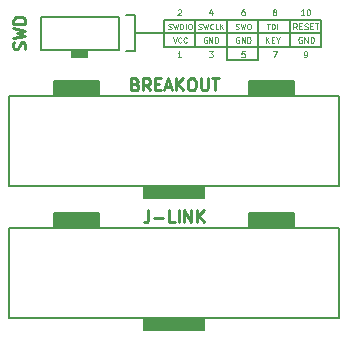
<source format=gto>
G04 (created by PCBNEW (2013-june-11)-stable) date Fri 03 Oct 2014 12:09:20 PM PDT*
%MOIN*%
G04 Gerber Fmt 3.4, Leading zero omitted, Abs format*
%FSLAX34Y34*%
G01*
G70*
G90*
G04 APERTURE LIST*
%ADD10C,0.00590551*%
%ADD11C,0.00787402*%
%ADD12C,0.00442913*%
%ADD13C,0.00462598*%
%ADD14C,0.00492126*%
%ADD15C,0.01*%
G04 APERTURE END LIST*
G54D10*
G54D11*
X76800Y-47000D02*
X76500Y-47000D01*
X76800Y-47600D02*
X76800Y-47000D01*
X76800Y-48200D02*
X76500Y-48200D01*
X76800Y-47600D02*
X76800Y-48200D01*
X77750Y-47600D02*
X76800Y-47600D01*
G54D12*
X78063Y-47744D02*
X78122Y-47921D01*
X78181Y-47744D01*
X78342Y-47904D02*
X78333Y-47913D01*
X78308Y-47921D01*
X78291Y-47921D01*
X78266Y-47913D01*
X78249Y-47896D01*
X78240Y-47879D01*
X78232Y-47845D01*
X78232Y-47820D01*
X78240Y-47786D01*
X78249Y-47769D01*
X78266Y-47752D01*
X78291Y-47744D01*
X78308Y-47744D01*
X78333Y-47752D01*
X78342Y-47761D01*
X78519Y-47904D02*
X78510Y-47913D01*
X78485Y-47921D01*
X78468Y-47921D01*
X78443Y-47913D01*
X78426Y-47896D01*
X78418Y-47879D01*
X78409Y-47845D01*
X78409Y-47820D01*
X78418Y-47786D01*
X78426Y-47769D01*
X78443Y-47752D01*
X78468Y-47744D01*
X78485Y-47744D01*
X78510Y-47752D01*
X78519Y-47761D01*
X77907Y-47466D02*
X77934Y-47474D01*
X77978Y-47474D01*
X77996Y-47466D01*
X78004Y-47457D01*
X78013Y-47439D01*
X78013Y-47422D01*
X78004Y-47404D01*
X77996Y-47395D01*
X77978Y-47386D01*
X77943Y-47377D01*
X77925Y-47369D01*
X77916Y-47360D01*
X77907Y-47342D01*
X77907Y-47325D01*
X77916Y-47307D01*
X77925Y-47298D01*
X77943Y-47289D01*
X77987Y-47289D01*
X78013Y-47298D01*
X78075Y-47289D02*
X78119Y-47474D01*
X78154Y-47342D01*
X78189Y-47474D01*
X78233Y-47289D01*
X78304Y-47474D02*
X78304Y-47289D01*
X78348Y-47289D01*
X78374Y-47298D01*
X78392Y-47316D01*
X78401Y-47333D01*
X78410Y-47369D01*
X78410Y-47395D01*
X78401Y-47430D01*
X78392Y-47448D01*
X78374Y-47466D01*
X78348Y-47474D01*
X78304Y-47474D01*
X78489Y-47474D02*
X78489Y-47289D01*
X78612Y-47289D02*
X78648Y-47289D01*
X78665Y-47298D01*
X78683Y-47316D01*
X78692Y-47351D01*
X78692Y-47413D01*
X78683Y-47448D01*
X78665Y-47466D01*
X78648Y-47474D01*
X78612Y-47474D01*
X78595Y-47466D01*
X78577Y-47448D01*
X78568Y-47413D01*
X78568Y-47351D01*
X78577Y-47316D01*
X78595Y-47298D01*
X78612Y-47289D01*
X79184Y-47748D02*
X79166Y-47739D01*
X79139Y-47739D01*
X79113Y-47748D01*
X79095Y-47766D01*
X79087Y-47783D01*
X79078Y-47819D01*
X79078Y-47845D01*
X79087Y-47880D01*
X79095Y-47898D01*
X79113Y-47916D01*
X79139Y-47924D01*
X79157Y-47924D01*
X79184Y-47916D01*
X79192Y-47907D01*
X79192Y-47845D01*
X79157Y-47845D01*
X79272Y-47924D02*
X79272Y-47739D01*
X79377Y-47924D01*
X79377Y-47739D01*
X79465Y-47924D02*
X79465Y-47739D01*
X79510Y-47739D01*
X79536Y-47748D01*
X79554Y-47766D01*
X79562Y-47783D01*
X79571Y-47819D01*
X79571Y-47845D01*
X79562Y-47880D01*
X79554Y-47898D01*
X79536Y-47916D01*
X79510Y-47924D01*
X79465Y-47924D01*
X78906Y-47466D02*
X78932Y-47474D01*
X78976Y-47474D01*
X78994Y-47466D01*
X79003Y-47457D01*
X79012Y-47439D01*
X79012Y-47422D01*
X79003Y-47404D01*
X78994Y-47395D01*
X78976Y-47386D01*
X78941Y-47377D01*
X78924Y-47369D01*
X78915Y-47360D01*
X78906Y-47342D01*
X78906Y-47325D01*
X78915Y-47307D01*
X78924Y-47298D01*
X78941Y-47289D01*
X78985Y-47289D01*
X79012Y-47298D01*
X79073Y-47289D02*
X79117Y-47474D01*
X79153Y-47342D01*
X79188Y-47474D01*
X79232Y-47289D01*
X79408Y-47457D02*
X79399Y-47466D01*
X79373Y-47474D01*
X79355Y-47474D01*
X79329Y-47466D01*
X79311Y-47448D01*
X79302Y-47430D01*
X79294Y-47395D01*
X79294Y-47369D01*
X79302Y-47333D01*
X79311Y-47316D01*
X79329Y-47298D01*
X79355Y-47289D01*
X79373Y-47289D01*
X79399Y-47298D01*
X79408Y-47307D01*
X79576Y-47474D02*
X79488Y-47474D01*
X79488Y-47289D01*
X79637Y-47474D02*
X79637Y-47289D01*
X79743Y-47474D02*
X79664Y-47369D01*
X79743Y-47289D02*
X79637Y-47395D01*
X80259Y-47748D02*
X80241Y-47739D01*
X80214Y-47739D01*
X80188Y-47748D01*
X80170Y-47766D01*
X80162Y-47783D01*
X80153Y-47819D01*
X80153Y-47845D01*
X80162Y-47880D01*
X80170Y-47898D01*
X80188Y-47916D01*
X80214Y-47924D01*
X80232Y-47924D01*
X80259Y-47916D01*
X80267Y-47907D01*
X80267Y-47845D01*
X80232Y-47845D01*
X80347Y-47924D02*
X80347Y-47739D01*
X80452Y-47924D01*
X80452Y-47739D01*
X80540Y-47924D02*
X80540Y-47739D01*
X80585Y-47739D01*
X80611Y-47748D01*
X80629Y-47766D01*
X80637Y-47783D01*
X80646Y-47819D01*
X80646Y-47845D01*
X80637Y-47880D01*
X80629Y-47898D01*
X80611Y-47916D01*
X80585Y-47924D01*
X80540Y-47924D01*
X80144Y-47466D02*
X80170Y-47474D01*
X80214Y-47474D01*
X80232Y-47466D01*
X80241Y-47457D01*
X80250Y-47439D01*
X80250Y-47422D01*
X80241Y-47404D01*
X80232Y-47395D01*
X80214Y-47386D01*
X80179Y-47377D01*
X80162Y-47369D01*
X80153Y-47360D01*
X80144Y-47342D01*
X80144Y-47325D01*
X80153Y-47307D01*
X80162Y-47298D01*
X80179Y-47289D01*
X80223Y-47289D01*
X80250Y-47298D01*
X80311Y-47289D02*
X80355Y-47474D01*
X80391Y-47342D01*
X80426Y-47474D01*
X80470Y-47289D01*
X80576Y-47289D02*
X80611Y-47289D01*
X80629Y-47298D01*
X80646Y-47316D01*
X80655Y-47351D01*
X80655Y-47413D01*
X80646Y-47448D01*
X80629Y-47466D01*
X80611Y-47474D01*
X80576Y-47474D01*
X80558Y-47466D01*
X80540Y-47448D01*
X80532Y-47413D01*
X80532Y-47351D01*
X80540Y-47316D01*
X80558Y-47298D01*
X80576Y-47289D01*
G54D13*
X81185Y-47289D02*
X81291Y-47289D01*
X81238Y-47474D02*
X81238Y-47289D01*
X81352Y-47474D02*
X81352Y-47289D01*
X81397Y-47289D01*
X81423Y-47298D01*
X81441Y-47316D01*
X81449Y-47333D01*
X81458Y-47369D01*
X81458Y-47395D01*
X81449Y-47430D01*
X81441Y-47448D01*
X81423Y-47466D01*
X81397Y-47474D01*
X81352Y-47474D01*
X81538Y-47474D02*
X81538Y-47289D01*
X81163Y-47924D02*
X81163Y-47739D01*
X81269Y-47924D02*
X81189Y-47819D01*
X81269Y-47739D02*
X81163Y-47845D01*
X81348Y-47827D02*
X81410Y-47827D01*
X81436Y-47924D02*
X81348Y-47924D01*
X81348Y-47739D01*
X81436Y-47739D01*
X81551Y-47836D02*
X81551Y-47924D01*
X81489Y-47739D02*
X81551Y-47836D01*
X81612Y-47739D01*
G54D14*
X82350Y-47742D02*
X82331Y-47732D01*
X82303Y-47732D01*
X82275Y-47742D01*
X82256Y-47760D01*
X82246Y-47779D01*
X82237Y-47817D01*
X82237Y-47845D01*
X82246Y-47882D01*
X82256Y-47901D01*
X82275Y-47920D01*
X82303Y-47929D01*
X82321Y-47929D01*
X82350Y-47920D01*
X82359Y-47910D01*
X82359Y-47845D01*
X82321Y-47845D01*
X82443Y-47929D02*
X82443Y-47732D01*
X82556Y-47929D01*
X82556Y-47732D01*
X82649Y-47929D02*
X82649Y-47732D01*
X82696Y-47732D01*
X82724Y-47742D01*
X82743Y-47760D01*
X82753Y-47779D01*
X82762Y-47817D01*
X82762Y-47845D01*
X82753Y-47882D01*
X82743Y-47901D01*
X82724Y-47920D01*
X82696Y-47929D01*
X82649Y-47929D01*
X82189Y-47479D02*
X82123Y-47385D01*
X82076Y-47479D02*
X82076Y-47282D01*
X82151Y-47282D01*
X82170Y-47292D01*
X82179Y-47301D01*
X82189Y-47320D01*
X82189Y-47348D01*
X82179Y-47367D01*
X82170Y-47376D01*
X82151Y-47385D01*
X82076Y-47385D01*
X82273Y-47376D02*
X82339Y-47376D01*
X82367Y-47479D02*
X82273Y-47479D01*
X82273Y-47282D01*
X82367Y-47282D01*
X82442Y-47470D02*
X82470Y-47479D01*
X82517Y-47479D01*
X82535Y-47470D01*
X82545Y-47460D01*
X82554Y-47442D01*
X82554Y-47423D01*
X82545Y-47404D01*
X82535Y-47395D01*
X82517Y-47385D01*
X82479Y-47376D01*
X82460Y-47367D01*
X82451Y-47357D01*
X82442Y-47339D01*
X82442Y-47320D01*
X82451Y-47301D01*
X82460Y-47292D01*
X82479Y-47282D01*
X82526Y-47282D01*
X82554Y-47292D01*
X82639Y-47376D02*
X82704Y-47376D01*
X82732Y-47479D02*
X82639Y-47479D01*
X82639Y-47282D01*
X82732Y-47282D01*
X82789Y-47282D02*
X82901Y-47282D01*
X82845Y-47479D02*
X82845Y-47282D01*
X82437Y-47004D02*
X82325Y-47004D01*
X82381Y-47004D02*
X82381Y-46807D01*
X82362Y-46835D01*
X82343Y-46854D01*
X82325Y-46864D01*
X82559Y-46807D02*
X82578Y-46807D01*
X82596Y-46817D01*
X82606Y-46826D01*
X82615Y-46845D01*
X82624Y-46882D01*
X82624Y-46929D01*
X82615Y-46967D01*
X82606Y-46985D01*
X82596Y-46995D01*
X82578Y-47004D01*
X82559Y-47004D01*
X82540Y-46995D01*
X82531Y-46985D01*
X82521Y-46967D01*
X82512Y-46929D01*
X82512Y-46882D01*
X82521Y-46845D01*
X82531Y-46826D01*
X82540Y-46817D01*
X82559Y-46807D01*
X82437Y-48404D02*
X82475Y-48404D01*
X82493Y-48395D01*
X82503Y-48385D01*
X82521Y-48357D01*
X82531Y-48320D01*
X82531Y-48245D01*
X82521Y-48226D01*
X82512Y-48217D01*
X82493Y-48207D01*
X82456Y-48207D01*
X82437Y-48217D01*
X82428Y-48226D01*
X82418Y-48245D01*
X82418Y-48292D01*
X82428Y-48310D01*
X82437Y-48320D01*
X82456Y-48329D01*
X82493Y-48329D01*
X82512Y-48320D01*
X82521Y-48310D01*
X82531Y-48292D01*
X81384Y-48207D02*
X81515Y-48207D01*
X81431Y-48404D01*
X81431Y-46892D02*
X81412Y-46882D01*
X81403Y-46873D01*
X81393Y-46854D01*
X81393Y-46845D01*
X81403Y-46826D01*
X81412Y-46817D01*
X81431Y-46807D01*
X81468Y-46807D01*
X81487Y-46817D01*
X81496Y-46826D01*
X81506Y-46845D01*
X81506Y-46854D01*
X81496Y-46873D01*
X81487Y-46882D01*
X81468Y-46892D01*
X81431Y-46892D01*
X81412Y-46901D01*
X81403Y-46910D01*
X81393Y-46929D01*
X81393Y-46967D01*
X81403Y-46985D01*
X81412Y-46995D01*
X81431Y-47004D01*
X81468Y-47004D01*
X81487Y-46995D01*
X81496Y-46985D01*
X81506Y-46967D01*
X81506Y-46929D01*
X81496Y-46910D01*
X81487Y-46901D01*
X81468Y-46892D01*
X80437Y-46807D02*
X80400Y-46807D01*
X80381Y-46817D01*
X80371Y-46826D01*
X80353Y-46854D01*
X80343Y-46892D01*
X80343Y-46967D01*
X80353Y-46985D01*
X80362Y-46995D01*
X80381Y-47004D01*
X80418Y-47004D01*
X80437Y-46995D01*
X80446Y-46985D01*
X80456Y-46967D01*
X80456Y-46920D01*
X80446Y-46901D01*
X80437Y-46892D01*
X80418Y-46882D01*
X80381Y-46882D01*
X80362Y-46892D01*
X80353Y-46901D01*
X80343Y-46920D01*
X79362Y-46873D02*
X79362Y-47004D01*
X79315Y-46798D02*
X79268Y-46939D01*
X79390Y-46939D01*
X78218Y-46826D02*
X78228Y-46817D01*
X78246Y-46807D01*
X78293Y-46807D01*
X78312Y-46817D01*
X78321Y-46826D01*
X78331Y-46845D01*
X78331Y-46864D01*
X78321Y-46892D01*
X78209Y-47004D01*
X78331Y-47004D01*
X78331Y-48404D02*
X78218Y-48404D01*
X78275Y-48404D02*
X78275Y-48207D01*
X78256Y-48235D01*
X78237Y-48254D01*
X78218Y-48264D01*
X79259Y-48207D02*
X79381Y-48207D01*
X79315Y-48282D01*
X79343Y-48282D01*
X79362Y-48292D01*
X79371Y-48301D01*
X79381Y-48320D01*
X79381Y-48367D01*
X79371Y-48385D01*
X79362Y-48395D01*
X79343Y-48404D01*
X79287Y-48404D01*
X79268Y-48395D01*
X79259Y-48385D01*
X80446Y-48207D02*
X80353Y-48207D01*
X80343Y-48301D01*
X80353Y-48292D01*
X80371Y-48282D01*
X80418Y-48282D01*
X80437Y-48292D01*
X80446Y-48301D01*
X80456Y-48320D01*
X80456Y-48367D01*
X80446Y-48385D01*
X80437Y-48395D01*
X80418Y-48404D01*
X80371Y-48404D01*
X80353Y-48395D01*
X80343Y-48385D01*
G54D11*
X78800Y-47150D02*
X78800Y-48050D01*
X80900Y-48050D02*
X79850Y-48050D01*
X79850Y-47150D02*
X79850Y-48050D01*
X80900Y-48050D02*
X80900Y-47150D01*
X81950Y-47150D02*
X81950Y-48050D01*
X77750Y-47600D02*
X83000Y-47600D01*
X83000Y-47150D02*
X77750Y-47150D01*
X83000Y-48050D02*
X83000Y-47150D01*
X80900Y-48050D02*
X83000Y-48050D01*
X80900Y-48500D02*
X80900Y-48050D01*
X79850Y-48500D02*
X80900Y-48500D01*
X79850Y-48050D02*
X79850Y-48500D01*
X77750Y-48050D02*
X79850Y-48050D01*
X77750Y-47150D02*
X77750Y-48050D01*
G54D15*
X76804Y-49302D02*
X76861Y-49321D01*
X76880Y-49340D01*
X76900Y-49378D01*
X76900Y-49435D01*
X76880Y-49473D01*
X76861Y-49492D01*
X76823Y-49511D01*
X76671Y-49511D01*
X76671Y-49111D01*
X76804Y-49111D01*
X76842Y-49130D01*
X76861Y-49150D01*
X76880Y-49188D01*
X76880Y-49226D01*
X76861Y-49264D01*
X76842Y-49283D01*
X76804Y-49302D01*
X76671Y-49302D01*
X77300Y-49511D02*
X77166Y-49321D01*
X77071Y-49511D02*
X77071Y-49111D01*
X77223Y-49111D01*
X77261Y-49130D01*
X77280Y-49150D01*
X77300Y-49188D01*
X77300Y-49245D01*
X77280Y-49283D01*
X77261Y-49302D01*
X77223Y-49321D01*
X77071Y-49321D01*
X77471Y-49302D02*
X77604Y-49302D01*
X77661Y-49511D02*
X77471Y-49511D01*
X77471Y-49111D01*
X77661Y-49111D01*
X77814Y-49397D02*
X78004Y-49397D01*
X77776Y-49511D02*
X77909Y-49111D01*
X78042Y-49511D01*
X78176Y-49511D02*
X78176Y-49111D01*
X78404Y-49511D02*
X78233Y-49283D01*
X78404Y-49111D02*
X78176Y-49340D01*
X78652Y-49111D02*
X78728Y-49111D01*
X78766Y-49130D01*
X78804Y-49169D01*
X78823Y-49245D01*
X78823Y-49378D01*
X78804Y-49454D01*
X78766Y-49492D01*
X78728Y-49511D01*
X78652Y-49511D01*
X78614Y-49492D01*
X78576Y-49454D01*
X78557Y-49378D01*
X78557Y-49245D01*
X78576Y-49169D01*
X78614Y-49130D01*
X78652Y-49111D01*
X78995Y-49111D02*
X78995Y-49435D01*
X79014Y-49473D01*
X79033Y-49492D01*
X79071Y-49511D01*
X79147Y-49511D01*
X79185Y-49492D01*
X79204Y-49473D01*
X79223Y-49435D01*
X79223Y-49111D01*
X79357Y-49111D02*
X79585Y-49111D01*
X79471Y-49511D02*
X79471Y-49111D01*
X77242Y-53511D02*
X77242Y-53797D01*
X77223Y-53854D01*
X77185Y-53892D01*
X77128Y-53911D01*
X77090Y-53911D01*
X77433Y-53759D02*
X77738Y-53759D01*
X78119Y-53911D02*
X77928Y-53911D01*
X77928Y-53511D01*
X78252Y-53911D02*
X78252Y-53511D01*
X78442Y-53911D02*
X78442Y-53511D01*
X78671Y-53911D01*
X78671Y-53511D01*
X78861Y-53911D02*
X78861Y-53511D01*
X79090Y-53911D02*
X78919Y-53683D01*
X79090Y-53511D02*
X78861Y-53740D01*
X73117Y-48142D02*
X73136Y-48085D01*
X73136Y-47990D01*
X73117Y-47952D01*
X73098Y-47933D01*
X73060Y-47914D01*
X73022Y-47914D01*
X72984Y-47933D01*
X72965Y-47952D01*
X72946Y-47990D01*
X72927Y-48066D01*
X72908Y-48104D01*
X72889Y-48123D01*
X72851Y-48142D01*
X72813Y-48142D01*
X72775Y-48123D01*
X72755Y-48104D01*
X72736Y-48066D01*
X72736Y-47971D01*
X72755Y-47914D01*
X72736Y-47780D02*
X73136Y-47685D01*
X72851Y-47609D01*
X73136Y-47533D01*
X72736Y-47438D01*
X73136Y-47285D02*
X72736Y-47285D01*
X72736Y-47190D01*
X72755Y-47133D01*
X72794Y-47095D01*
X72832Y-47076D01*
X72908Y-47057D01*
X72965Y-47057D01*
X73041Y-47076D01*
X73079Y-47095D01*
X73117Y-47133D01*
X73136Y-47190D01*
X73136Y-47285D01*
G54D10*
X82100Y-54050D02*
X80600Y-54050D01*
X80600Y-54000D02*
X82100Y-54000D01*
X82100Y-53950D02*
X80600Y-53950D01*
X80600Y-53900D02*
X82100Y-53900D01*
X82100Y-53850D02*
X80600Y-53850D01*
X80600Y-53800D02*
X82100Y-53800D01*
X82100Y-53750D02*
X80600Y-53750D01*
X80600Y-53700D02*
X82100Y-53700D01*
X82100Y-53650D02*
X80600Y-53650D01*
X80600Y-54100D02*
X80600Y-53600D01*
X80600Y-53600D02*
X82100Y-53600D01*
X74100Y-54050D02*
X75600Y-54050D01*
X75600Y-54000D02*
X74100Y-54000D01*
X74100Y-53950D02*
X75600Y-53950D01*
X75600Y-53900D02*
X74100Y-53900D01*
X74100Y-53850D02*
X75600Y-53850D01*
X75600Y-53800D02*
X74100Y-53800D01*
X74100Y-53750D02*
X75600Y-53750D01*
X75600Y-53700D02*
X74100Y-53700D01*
X74100Y-53650D02*
X75600Y-53650D01*
X75600Y-54100D02*
X75600Y-53600D01*
X75600Y-53600D02*
X74100Y-53600D01*
X79100Y-57500D02*
X79100Y-57100D01*
X77100Y-57500D02*
X77100Y-57100D01*
X82100Y-53850D02*
X82100Y-53800D01*
X82100Y-53750D02*
X82100Y-53700D01*
X82100Y-54100D02*
X82100Y-53600D01*
X74100Y-54100D02*
X74100Y-53600D01*
X79100Y-57500D02*
X77100Y-57500D01*
X77100Y-57450D02*
X79100Y-57450D01*
X79100Y-57400D02*
X77100Y-57400D01*
X77100Y-57350D02*
X79100Y-57350D01*
X79100Y-57300D02*
X77100Y-57300D01*
X77100Y-57250D02*
X79100Y-57250D01*
X79100Y-57200D02*
X77100Y-57200D01*
X77100Y-57150D02*
X79100Y-57150D01*
X72600Y-57100D02*
X72600Y-54100D01*
X72600Y-54100D02*
X83600Y-54100D01*
X83600Y-54100D02*
X83600Y-57100D01*
X83600Y-57100D02*
X72600Y-57100D01*
X82100Y-49650D02*
X80600Y-49650D01*
X80600Y-49600D02*
X82100Y-49600D01*
X82100Y-49550D02*
X80600Y-49550D01*
X80600Y-49500D02*
X82100Y-49500D01*
X82100Y-49450D02*
X80600Y-49450D01*
X80600Y-49400D02*
X82100Y-49400D01*
X82100Y-49350D02*
X80600Y-49350D01*
X80600Y-49300D02*
X82100Y-49300D01*
X82100Y-49250D02*
X80600Y-49250D01*
X80600Y-49700D02*
X80600Y-49200D01*
X80600Y-49200D02*
X82100Y-49200D01*
X74100Y-49650D02*
X75600Y-49650D01*
X75600Y-49600D02*
X74100Y-49600D01*
X74100Y-49550D02*
X75600Y-49550D01*
X75600Y-49500D02*
X74100Y-49500D01*
X74100Y-49450D02*
X75600Y-49450D01*
X75600Y-49400D02*
X74100Y-49400D01*
X74100Y-49350D02*
X75600Y-49350D01*
X75600Y-49300D02*
X74100Y-49300D01*
X74100Y-49250D02*
X75600Y-49250D01*
X75600Y-49700D02*
X75600Y-49200D01*
X75600Y-49200D02*
X74100Y-49200D01*
X79100Y-53100D02*
X79100Y-52700D01*
X77100Y-53100D02*
X77100Y-52700D01*
X82100Y-49450D02*
X82100Y-49400D01*
X82100Y-49350D02*
X82100Y-49300D01*
X82100Y-49700D02*
X82100Y-49200D01*
X74100Y-49700D02*
X74100Y-49200D01*
X79100Y-53100D02*
X77100Y-53100D01*
X77100Y-53050D02*
X79100Y-53050D01*
X79100Y-53000D02*
X77100Y-53000D01*
X77100Y-52950D02*
X79100Y-52950D01*
X79100Y-52900D02*
X77100Y-52900D01*
X77100Y-52850D02*
X79100Y-52850D01*
X79100Y-52800D02*
X77100Y-52800D01*
X77100Y-52750D02*
X79100Y-52750D01*
X72600Y-52700D02*
X72600Y-49700D01*
X72600Y-49700D02*
X83600Y-49700D01*
X83600Y-49700D02*
X83600Y-52700D01*
X83600Y-52700D02*
X72600Y-52700D01*
X75200Y-48350D02*
X74700Y-48350D01*
X75200Y-48300D02*
X74700Y-48300D01*
X74700Y-48250D02*
X75150Y-48250D01*
X75200Y-48200D02*
X74700Y-48200D01*
X75200Y-48150D02*
X75200Y-48400D01*
X75200Y-48400D02*
X74700Y-48400D01*
X74700Y-48400D02*
X74700Y-48150D01*
X76250Y-48150D02*
X73650Y-48150D01*
X73650Y-48150D02*
X73650Y-47050D01*
X73650Y-47050D02*
X76250Y-47050D01*
X76250Y-48150D02*
X76250Y-47050D01*
M02*

</source>
